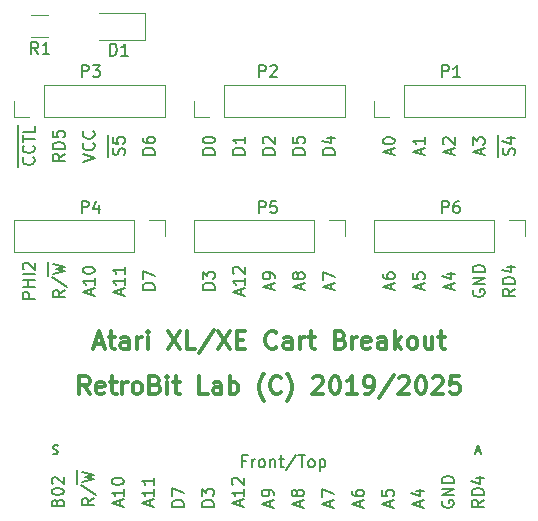
<source format=gto>
%TF.GenerationSoftware,KiCad,Pcbnew,5.1.9+dfsg1-1+deb11u1*%
%TF.CreationDate,2025-07-24T10:09:43+02:00*%
%TF.ProjectId,CART-Breakout,43415254-2d42-4726-9561-6b6f75742e6b,rev?*%
%TF.SameCoordinates,Original*%
%TF.FileFunction,Legend,Top*%
%TF.FilePolarity,Positive*%
%FSLAX46Y46*%
G04 Gerber Fmt 4.6, Leading zero omitted, Abs format (unit mm)*
G04 Created by KiCad (PCBNEW 5.1.9+dfsg1-1+deb11u1) date 2025-07-24 10:09:43*
%MOMM*%
%LPD*%
G01*
G04 APERTURE LIST*
%ADD10C,0.300000*%
%ADD11C,0.200000*%
%ADD12C,0.120000*%
%ADD13C,0.150000*%
G04 APERTURE END LIST*
D10*
X135915714Y-102278571D02*
X135415714Y-101564285D01*
X135058571Y-102278571D02*
X135058571Y-100778571D01*
X135630000Y-100778571D01*
X135772857Y-100850000D01*
X135844285Y-100921428D01*
X135915714Y-101064285D01*
X135915714Y-101278571D01*
X135844285Y-101421428D01*
X135772857Y-101492857D01*
X135630000Y-101564285D01*
X135058571Y-101564285D01*
X137130000Y-102207142D02*
X136987142Y-102278571D01*
X136701428Y-102278571D01*
X136558571Y-102207142D01*
X136487142Y-102064285D01*
X136487142Y-101492857D01*
X136558571Y-101350000D01*
X136701428Y-101278571D01*
X136987142Y-101278571D01*
X137130000Y-101350000D01*
X137201428Y-101492857D01*
X137201428Y-101635714D01*
X136487142Y-101778571D01*
X137630000Y-101278571D02*
X138201428Y-101278571D01*
X137844285Y-100778571D02*
X137844285Y-102064285D01*
X137915714Y-102207142D01*
X138058571Y-102278571D01*
X138201428Y-102278571D01*
X138701428Y-102278571D02*
X138701428Y-101278571D01*
X138701428Y-101564285D02*
X138772857Y-101421428D01*
X138844285Y-101350000D01*
X138987142Y-101278571D01*
X139130000Y-101278571D01*
X139844285Y-102278571D02*
X139701428Y-102207142D01*
X139630000Y-102135714D01*
X139558571Y-101992857D01*
X139558571Y-101564285D01*
X139630000Y-101421428D01*
X139701428Y-101350000D01*
X139844285Y-101278571D01*
X140058571Y-101278571D01*
X140201428Y-101350000D01*
X140272857Y-101421428D01*
X140344285Y-101564285D01*
X140344285Y-101992857D01*
X140272857Y-102135714D01*
X140201428Y-102207142D01*
X140058571Y-102278571D01*
X139844285Y-102278571D01*
X141487142Y-101492857D02*
X141701428Y-101564285D01*
X141772857Y-101635714D01*
X141844285Y-101778571D01*
X141844285Y-101992857D01*
X141772857Y-102135714D01*
X141701428Y-102207142D01*
X141558571Y-102278571D01*
X140987142Y-102278571D01*
X140987142Y-100778571D01*
X141487142Y-100778571D01*
X141630000Y-100850000D01*
X141701428Y-100921428D01*
X141772857Y-101064285D01*
X141772857Y-101207142D01*
X141701428Y-101350000D01*
X141630000Y-101421428D01*
X141487142Y-101492857D01*
X140987142Y-101492857D01*
X142487142Y-102278571D02*
X142487142Y-101278571D01*
X142487142Y-100778571D02*
X142415714Y-100850000D01*
X142487142Y-100921428D01*
X142558571Y-100850000D01*
X142487142Y-100778571D01*
X142487142Y-100921428D01*
X142987142Y-101278571D02*
X143558571Y-101278571D01*
X143201428Y-100778571D02*
X143201428Y-102064285D01*
X143272857Y-102207142D01*
X143415714Y-102278571D01*
X143558571Y-102278571D01*
X145915714Y-102278571D02*
X145201428Y-102278571D01*
X145201428Y-100778571D01*
X147058571Y-102278571D02*
X147058571Y-101492857D01*
X146987142Y-101350000D01*
X146844285Y-101278571D01*
X146558571Y-101278571D01*
X146415714Y-101350000D01*
X147058571Y-102207142D02*
X146915714Y-102278571D01*
X146558571Y-102278571D01*
X146415714Y-102207142D01*
X146344285Y-102064285D01*
X146344285Y-101921428D01*
X146415714Y-101778571D01*
X146558571Y-101707142D01*
X146915714Y-101707142D01*
X147058571Y-101635714D01*
X147772857Y-102278571D02*
X147772857Y-100778571D01*
X147772857Y-101350000D02*
X147915714Y-101278571D01*
X148201428Y-101278571D01*
X148344285Y-101350000D01*
X148415714Y-101421428D01*
X148487142Y-101564285D01*
X148487142Y-101992857D01*
X148415714Y-102135714D01*
X148344285Y-102207142D01*
X148201428Y-102278571D01*
X147915714Y-102278571D01*
X147772857Y-102207142D01*
X150701428Y-102850000D02*
X150630000Y-102778571D01*
X150487142Y-102564285D01*
X150415714Y-102421428D01*
X150344285Y-102207142D01*
X150272857Y-101850000D01*
X150272857Y-101564285D01*
X150344285Y-101207142D01*
X150415714Y-100992857D01*
X150487142Y-100850000D01*
X150630000Y-100635714D01*
X150701428Y-100564285D01*
X152130000Y-102135714D02*
X152058571Y-102207142D01*
X151844285Y-102278571D01*
X151701428Y-102278571D01*
X151487142Y-102207142D01*
X151344285Y-102064285D01*
X151272857Y-101921428D01*
X151201428Y-101635714D01*
X151201428Y-101421428D01*
X151272857Y-101135714D01*
X151344285Y-100992857D01*
X151487142Y-100850000D01*
X151701428Y-100778571D01*
X151844285Y-100778571D01*
X152058571Y-100850000D01*
X152130000Y-100921428D01*
X152630000Y-102850000D02*
X152701428Y-102778571D01*
X152844285Y-102564285D01*
X152915714Y-102421428D01*
X152987142Y-102207142D01*
X153058571Y-101850000D01*
X153058571Y-101564285D01*
X152987142Y-101207142D01*
X152915714Y-100992857D01*
X152844285Y-100850000D01*
X152701428Y-100635714D01*
X152630000Y-100564285D01*
X154844285Y-100921428D02*
X154915714Y-100850000D01*
X155058571Y-100778571D01*
X155415714Y-100778571D01*
X155558571Y-100850000D01*
X155630000Y-100921428D01*
X155701428Y-101064285D01*
X155701428Y-101207142D01*
X155630000Y-101421428D01*
X154772857Y-102278571D01*
X155701428Y-102278571D01*
X156630000Y-100778571D02*
X156772857Y-100778571D01*
X156915714Y-100850000D01*
X156987142Y-100921428D01*
X157058571Y-101064285D01*
X157130000Y-101350000D01*
X157130000Y-101707142D01*
X157058571Y-101992857D01*
X156987142Y-102135714D01*
X156915714Y-102207142D01*
X156772857Y-102278571D01*
X156630000Y-102278571D01*
X156487142Y-102207142D01*
X156415714Y-102135714D01*
X156344285Y-101992857D01*
X156272857Y-101707142D01*
X156272857Y-101350000D01*
X156344285Y-101064285D01*
X156415714Y-100921428D01*
X156487142Y-100850000D01*
X156630000Y-100778571D01*
X158558571Y-102278571D02*
X157701428Y-102278571D01*
X158130000Y-102278571D02*
X158130000Y-100778571D01*
X157987142Y-100992857D01*
X157844285Y-101135714D01*
X157701428Y-101207142D01*
X159272857Y-102278571D02*
X159558571Y-102278571D01*
X159701428Y-102207142D01*
X159772857Y-102135714D01*
X159915714Y-101921428D01*
X159987142Y-101635714D01*
X159987142Y-101064285D01*
X159915714Y-100921428D01*
X159844285Y-100850000D01*
X159701428Y-100778571D01*
X159415714Y-100778571D01*
X159272857Y-100850000D01*
X159201428Y-100921428D01*
X159130000Y-101064285D01*
X159130000Y-101421428D01*
X159201428Y-101564285D01*
X159272857Y-101635714D01*
X159415714Y-101707142D01*
X159701428Y-101707142D01*
X159844285Y-101635714D01*
X159915714Y-101564285D01*
X159987142Y-101421428D01*
X161701428Y-100707142D02*
X160415714Y-102635714D01*
X162130000Y-100921428D02*
X162201428Y-100850000D01*
X162344285Y-100778571D01*
X162701428Y-100778571D01*
X162844285Y-100850000D01*
X162915714Y-100921428D01*
X162987142Y-101064285D01*
X162987142Y-101207142D01*
X162915714Y-101421428D01*
X162058571Y-102278571D01*
X162987142Y-102278571D01*
X163915714Y-100778571D02*
X164058571Y-100778571D01*
X164201428Y-100850000D01*
X164272857Y-100921428D01*
X164344285Y-101064285D01*
X164415714Y-101350000D01*
X164415714Y-101707142D01*
X164344285Y-101992857D01*
X164272857Y-102135714D01*
X164201428Y-102207142D01*
X164058571Y-102278571D01*
X163915714Y-102278571D01*
X163772857Y-102207142D01*
X163701428Y-102135714D01*
X163630000Y-101992857D01*
X163558571Y-101707142D01*
X163558571Y-101350000D01*
X163630000Y-101064285D01*
X163701428Y-100921428D01*
X163772857Y-100850000D01*
X163915714Y-100778571D01*
X164987142Y-100921428D02*
X165058571Y-100850000D01*
X165201428Y-100778571D01*
X165558571Y-100778571D01*
X165701428Y-100850000D01*
X165772857Y-100921428D01*
X165844285Y-101064285D01*
X165844285Y-101207142D01*
X165772857Y-101421428D01*
X164915714Y-102278571D01*
X165844285Y-102278571D01*
X167201428Y-100778571D02*
X166487142Y-100778571D01*
X166415714Y-101492857D01*
X166487142Y-101421428D01*
X166630000Y-101350000D01*
X166987142Y-101350000D01*
X167130000Y-101421428D01*
X167201428Y-101492857D01*
X167272857Y-101635714D01*
X167272857Y-101992857D01*
X167201428Y-102135714D01*
X167130000Y-102207142D01*
X166987142Y-102278571D01*
X166630000Y-102278571D01*
X166487142Y-102207142D01*
X166415714Y-102135714D01*
X136380000Y-98040000D02*
X137094285Y-98040000D01*
X136237142Y-98468571D02*
X136737142Y-96968571D01*
X137237142Y-98468571D01*
X137522857Y-97468571D02*
X138094285Y-97468571D01*
X137737142Y-96968571D02*
X137737142Y-98254285D01*
X137808571Y-98397142D01*
X137951428Y-98468571D01*
X138094285Y-98468571D01*
X139237142Y-98468571D02*
X139237142Y-97682857D01*
X139165714Y-97540000D01*
X139022857Y-97468571D01*
X138737142Y-97468571D01*
X138594285Y-97540000D01*
X139237142Y-98397142D02*
X139094285Y-98468571D01*
X138737142Y-98468571D01*
X138594285Y-98397142D01*
X138522857Y-98254285D01*
X138522857Y-98111428D01*
X138594285Y-97968571D01*
X138737142Y-97897142D01*
X139094285Y-97897142D01*
X139237142Y-97825714D01*
X139951428Y-98468571D02*
X139951428Y-97468571D01*
X139951428Y-97754285D02*
X140022857Y-97611428D01*
X140094285Y-97540000D01*
X140237142Y-97468571D01*
X140380000Y-97468571D01*
X140880000Y-98468571D02*
X140880000Y-97468571D01*
X140880000Y-96968571D02*
X140808571Y-97040000D01*
X140880000Y-97111428D01*
X140951428Y-97040000D01*
X140880000Y-96968571D01*
X140880000Y-97111428D01*
X142594285Y-96968571D02*
X143594285Y-98468571D01*
X143594285Y-96968571D02*
X142594285Y-98468571D01*
X144880000Y-98468571D02*
X144165714Y-98468571D01*
X144165714Y-96968571D01*
X146451428Y-96897142D02*
X145165714Y-98825714D01*
X146808571Y-96968571D02*
X147808571Y-98468571D01*
X147808571Y-96968571D02*
X146808571Y-98468571D01*
X148380000Y-97682857D02*
X148880000Y-97682857D01*
X149094285Y-98468571D02*
X148380000Y-98468571D01*
X148380000Y-96968571D01*
X149094285Y-96968571D01*
X151737142Y-98325714D02*
X151665714Y-98397142D01*
X151451428Y-98468571D01*
X151308571Y-98468571D01*
X151094285Y-98397142D01*
X150951428Y-98254285D01*
X150880000Y-98111428D01*
X150808571Y-97825714D01*
X150808571Y-97611428D01*
X150880000Y-97325714D01*
X150951428Y-97182857D01*
X151094285Y-97040000D01*
X151308571Y-96968571D01*
X151451428Y-96968571D01*
X151665714Y-97040000D01*
X151737142Y-97111428D01*
X153022857Y-98468571D02*
X153022857Y-97682857D01*
X152951428Y-97540000D01*
X152808571Y-97468571D01*
X152522857Y-97468571D01*
X152380000Y-97540000D01*
X153022857Y-98397142D02*
X152880000Y-98468571D01*
X152522857Y-98468571D01*
X152380000Y-98397142D01*
X152308571Y-98254285D01*
X152308571Y-98111428D01*
X152380000Y-97968571D01*
X152522857Y-97897142D01*
X152880000Y-97897142D01*
X153022857Y-97825714D01*
X153737142Y-98468571D02*
X153737142Y-97468571D01*
X153737142Y-97754285D02*
X153808571Y-97611428D01*
X153880000Y-97540000D01*
X154022857Y-97468571D01*
X154165714Y-97468571D01*
X154451428Y-97468571D02*
X155022857Y-97468571D01*
X154665714Y-96968571D02*
X154665714Y-98254285D01*
X154737142Y-98397142D01*
X154880000Y-98468571D01*
X155022857Y-98468571D01*
X157165714Y-97682857D02*
X157380000Y-97754285D01*
X157451428Y-97825714D01*
X157522857Y-97968571D01*
X157522857Y-98182857D01*
X157451428Y-98325714D01*
X157380000Y-98397142D01*
X157237142Y-98468571D01*
X156665714Y-98468571D01*
X156665714Y-96968571D01*
X157165714Y-96968571D01*
X157308571Y-97040000D01*
X157380000Y-97111428D01*
X157451428Y-97254285D01*
X157451428Y-97397142D01*
X157380000Y-97540000D01*
X157308571Y-97611428D01*
X157165714Y-97682857D01*
X156665714Y-97682857D01*
X158165714Y-98468571D02*
X158165714Y-97468571D01*
X158165714Y-97754285D02*
X158237142Y-97611428D01*
X158308571Y-97540000D01*
X158451428Y-97468571D01*
X158594285Y-97468571D01*
X159665714Y-98397142D02*
X159522857Y-98468571D01*
X159237142Y-98468571D01*
X159094285Y-98397142D01*
X159022857Y-98254285D01*
X159022857Y-97682857D01*
X159094285Y-97540000D01*
X159237142Y-97468571D01*
X159522857Y-97468571D01*
X159665714Y-97540000D01*
X159737142Y-97682857D01*
X159737142Y-97825714D01*
X159022857Y-97968571D01*
X161022857Y-98468571D02*
X161022857Y-97682857D01*
X160951428Y-97540000D01*
X160808571Y-97468571D01*
X160522857Y-97468571D01*
X160380000Y-97540000D01*
X161022857Y-98397142D02*
X160880000Y-98468571D01*
X160522857Y-98468571D01*
X160380000Y-98397142D01*
X160308571Y-98254285D01*
X160308571Y-98111428D01*
X160380000Y-97968571D01*
X160522857Y-97897142D01*
X160880000Y-97897142D01*
X161022857Y-97825714D01*
X161737142Y-98468571D02*
X161737142Y-96968571D01*
X161880000Y-97897142D02*
X162308571Y-98468571D01*
X162308571Y-97468571D02*
X161737142Y-98040000D01*
X163165714Y-98468571D02*
X163022857Y-98397142D01*
X162951428Y-98325714D01*
X162880000Y-98182857D01*
X162880000Y-97754285D01*
X162951428Y-97611428D01*
X163022857Y-97540000D01*
X163165714Y-97468571D01*
X163380000Y-97468571D01*
X163522857Y-97540000D01*
X163594285Y-97611428D01*
X163665714Y-97754285D01*
X163665714Y-98182857D01*
X163594285Y-98325714D01*
X163522857Y-98397142D01*
X163380000Y-98468571D01*
X163165714Y-98468571D01*
X164951428Y-97468571D02*
X164951428Y-98468571D01*
X164308571Y-97468571D02*
X164308571Y-98254285D01*
X164380000Y-98397142D01*
X164522857Y-98468571D01*
X164737142Y-98468571D01*
X164880000Y-98397142D01*
X164951428Y-98325714D01*
X165451428Y-97468571D02*
X166022857Y-97468571D01*
X165665714Y-96968571D02*
X165665714Y-98254285D01*
X165737142Y-98397142D01*
X165880000Y-98468571D01*
X166022857Y-98468571D01*
D11*
X131262380Y-94210000D02*
X130262380Y-94210000D01*
X130262380Y-93829047D01*
X130310000Y-93733809D01*
X130357619Y-93686190D01*
X130452857Y-93638571D01*
X130595714Y-93638571D01*
X130690952Y-93686190D01*
X130738571Y-93733809D01*
X130786190Y-93829047D01*
X130786190Y-94210000D01*
X131262380Y-93210000D02*
X130262380Y-93210000D01*
X130738571Y-93210000D02*
X130738571Y-92638571D01*
X131262380Y-92638571D02*
X130262380Y-92638571D01*
X131262380Y-92162380D02*
X130262380Y-92162380D01*
X130357619Y-91733809D02*
X130310000Y-91686190D01*
X130262380Y-91590952D01*
X130262380Y-91352857D01*
X130310000Y-91257619D01*
X130357619Y-91210000D01*
X130452857Y-91162380D01*
X130548095Y-91162380D01*
X130690952Y-91210000D01*
X131262380Y-91781428D01*
X131262380Y-91162380D01*
X133802380Y-93495714D02*
X133326190Y-93829047D01*
X133802380Y-94067142D02*
X132802380Y-94067142D01*
X132802380Y-93686190D01*
X132850000Y-93590952D01*
X132897619Y-93543333D01*
X132992857Y-93495714D01*
X133135714Y-93495714D01*
X133230952Y-93543333D01*
X133278571Y-93590952D01*
X133326190Y-93686190D01*
X133326190Y-94067142D01*
X132754761Y-92352857D02*
X134040476Y-93210000D01*
X132370000Y-92257619D02*
X132370000Y-91114761D01*
X132802380Y-92114761D02*
X133802380Y-91876666D01*
X133088095Y-91686190D01*
X133802380Y-91495714D01*
X132802380Y-91257619D01*
X136056666Y-93900476D02*
X136056666Y-93424285D01*
X136342380Y-93995714D02*
X135342380Y-93662380D01*
X136342380Y-93329047D01*
X136342380Y-92471904D02*
X136342380Y-93043333D01*
X136342380Y-92757619D02*
X135342380Y-92757619D01*
X135485238Y-92852857D01*
X135580476Y-92948095D01*
X135628095Y-93043333D01*
X135342380Y-91852857D02*
X135342380Y-91757619D01*
X135390000Y-91662380D01*
X135437619Y-91614761D01*
X135532857Y-91567142D01*
X135723333Y-91519523D01*
X135961428Y-91519523D01*
X136151904Y-91567142D01*
X136247142Y-91614761D01*
X136294761Y-91662380D01*
X136342380Y-91757619D01*
X136342380Y-91852857D01*
X136294761Y-91948095D01*
X136247142Y-91995714D01*
X136151904Y-92043333D01*
X135961428Y-92090952D01*
X135723333Y-92090952D01*
X135532857Y-92043333D01*
X135437619Y-91995714D01*
X135390000Y-91948095D01*
X135342380Y-91852857D01*
X138596666Y-93900476D02*
X138596666Y-93424285D01*
X138882380Y-93995714D02*
X137882380Y-93662380D01*
X138882380Y-93329047D01*
X138882380Y-92471904D02*
X138882380Y-93043333D01*
X138882380Y-92757619D02*
X137882380Y-92757619D01*
X138025238Y-92852857D01*
X138120476Y-92948095D01*
X138168095Y-93043333D01*
X138882380Y-91519523D02*
X138882380Y-92090952D01*
X138882380Y-91805238D02*
X137882380Y-91805238D01*
X138025238Y-91900476D01*
X138120476Y-91995714D01*
X138168095Y-92090952D01*
X141422380Y-93448095D02*
X140422380Y-93448095D01*
X140422380Y-93210000D01*
X140470000Y-93067142D01*
X140565238Y-92971904D01*
X140660476Y-92924285D01*
X140850952Y-92876666D01*
X140993809Y-92876666D01*
X141184285Y-92924285D01*
X141279523Y-92971904D01*
X141374761Y-93067142D01*
X141422380Y-93210000D01*
X141422380Y-93448095D01*
X140422380Y-92543333D02*
X140422380Y-91876666D01*
X141422380Y-92305238D01*
X146502380Y-93448095D02*
X145502380Y-93448095D01*
X145502380Y-93210000D01*
X145550000Y-93067142D01*
X145645238Y-92971904D01*
X145740476Y-92924285D01*
X145930952Y-92876666D01*
X146073809Y-92876666D01*
X146264285Y-92924285D01*
X146359523Y-92971904D01*
X146454761Y-93067142D01*
X146502380Y-93210000D01*
X146502380Y-93448095D01*
X145502380Y-92543333D02*
X145502380Y-91924285D01*
X145883333Y-92257619D01*
X145883333Y-92114761D01*
X145930952Y-92019523D01*
X145978571Y-91971904D01*
X146073809Y-91924285D01*
X146311904Y-91924285D01*
X146407142Y-91971904D01*
X146454761Y-92019523D01*
X146502380Y-92114761D01*
X146502380Y-92400476D01*
X146454761Y-92495714D01*
X146407142Y-92543333D01*
X148756666Y-93900476D02*
X148756666Y-93424285D01*
X149042380Y-93995714D02*
X148042380Y-93662380D01*
X149042380Y-93329047D01*
X149042380Y-92471904D02*
X149042380Y-93043333D01*
X149042380Y-92757619D02*
X148042380Y-92757619D01*
X148185238Y-92852857D01*
X148280476Y-92948095D01*
X148328095Y-93043333D01*
X148137619Y-92090952D02*
X148090000Y-92043333D01*
X148042380Y-91948095D01*
X148042380Y-91710000D01*
X148090000Y-91614761D01*
X148137619Y-91567142D01*
X148232857Y-91519523D01*
X148328095Y-91519523D01*
X148470952Y-91567142D01*
X149042380Y-92138571D01*
X149042380Y-91519523D01*
X151296666Y-93424285D02*
X151296666Y-92948095D01*
X151582380Y-93519523D02*
X150582380Y-93186190D01*
X151582380Y-92852857D01*
X151582380Y-92471904D02*
X151582380Y-92281428D01*
X151534761Y-92186190D01*
X151487142Y-92138571D01*
X151344285Y-92043333D01*
X151153809Y-91995714D01*
X150772857Y-91995714D01*
X150677619Y-92043333D01*
X150630000Y-92090952D01*
X150582380Y-92186190D01*
X150582380Y-92376666D01*
X150630000Y-92471904D01*
X150677619Y-92519523D01*
X150772857Y-92567142D01*
X151010952Y-92567142D01*
X151106190Y-92519523D01*
X151153809Y-92471904D01*
X151201428Y-92376666D01*
X151201428Y-92186190D01*
X151153809Y-92090952D01*
X151106190Y-92043333D01*
X151010952Y-91995714D01*
X153836666Y-93424285D02*
X153836666Y-92948095D01*
X154122380Y-93519523D02*
X153122380Y-93186190D01*
X154122380Y-92852857D01*
X153550952Y-92376666D02*
X153503333Y-92471904D01*
X153455714Y-92519523D01*
X153360476Y-92567142D01*
X153312857Y-92567142D01*
X153217619Y-92519523D01*
X153170000Y-92471904D01*
X153122380Y-92376666D01*
X153122380Y-92186190D01*
X153170000Y-92090952D01*
X153217619Y-92043333D01*
X153312857Y-91995714D01*
X153360476Y-91995714D01*
X153455714Y-92043333D01*
X153503333Y-92090952D01*
X153550952Y-92186190D01*
X153550952Y-92376666D01*
X153598571Y-92471904D01*
X153646190Y-92519523D01*
X153741428Y-92567142D01*
X153931904Y-92567142D01*
X154027142Y-92519523D01*
X154074761Y-92471904D01*
X154122380Y-92376666D01*
X154122380Y-92186190D01*
X154074761Y-92090952D01*
X154027142Y-92043333D01*
X153931904Y-91995714D01*
X153741428Y-91995714D01*
X153646190Y-92043333D01*
X153598571Y-92090952D01*
X153550952Y-92186190D01*
X156376666Y-93424285D02*
X156376666Y-92948095D01*
X156662380Y-93519523D02*
X155662380Y-93186190D01*
X156662380Y-92852857D01*
X155662380Y-92614761D02*
X155662380Y-91948095D01*
X156662380Y-92376666D01*
X161456666Y-93424285D02*
X161456666Y-92948095D01*
X161742380Y-93519523D02*
X160742380Y-93186190D01*
X161742380Y-92852857D01*
X160742380Y-92090952D02*
X160742380Y-92281428D01*
X160790000Y-92376666D01*
X160837619Y-92424285D01*
X160980476Y-92519523D01*
X161170952Y-92567142D01*
X161551904Y-92567142D01*
X161647142Y-92519523D01*
X161694761Y-92471904D01*
X161742380Y-92376666D01*
X161742380Y-92186190D01*
X161694761Y-92090952D01*
X161647142Y-92043333D01*
X161551904Y-91995714D01*
X161313809Y-91995714D01*
X161218571Y-92043333D01*
X161170952Y-92090952D01*
X161123333Y-92186190D01*
X161123333Y-92376666D01*
X161170952Y-92471904D01*
X161218571Y-92519523D01*
X161313809Y-92567142D01*
X163996666Y-93424285D02*
X163996666Y-92948095D01*
X164282380Y-93519523D02*
X163282380Y-93186190D01*
X164282380Y-92852857D01*
X163282380Y-92043333D02*
X163282380Y-92519523D01*
X163758571Y-92567142D01*
X163710952Y-92519523D01*
X163663333Y-92424285D01*
X163663333Y-92186190D01*
X163710952Y-92090952D01*
X163758571Y-92043333D01*
X163853809Y-91995714D01*
X164091904Y-91995714D01*
X164187142Y-92043333D01*
X164234761Y-92090952D01*
X164282380Y-92186190D01*
X164282380Y-92424285D01*
X164234761Y-92519523D01*
X164187142Y-92567142D01*
X166536666Y-93424285D02*
X166536666Y-92948095D01*
X166822380Y-93519523D02*
X165822380Y-93186190D01*
X166822380Y-92852857D01*
X166155714Y-92090952D02*
X166822380Y-92090952D01*
X165774761Y-92329047D02*
X166489047Y-92567142D01*
X166489047Y-91948095D01*
X168410000Y-93471904D02*
X168362380Y-93567142D01*
X168362380Y-93710000D01*
X168410000Y-93852857D01*
X168505238Y-93948095D01*
X168600476Y-93995714D01*
X168790952Y-94043333D01*
X168933809Y-94043333D01*
X169124285Y-93995714D01*
X169219523Y-93948095D01*
X169314761Y-93852857D01*
X169362380Y-93710000D01*
X169362380Y-93614761D01*
X169314761Y-93471904D01*
X169267142Y-93424285D01*
X168933809Y-93424285D01*
X168933809Y-93614761D01*
X169362380Y-92995714D02*
X168362380Y-92995714D01*
X169362380Y-92424285D01*
X168362380Y-92424285D01*
X169362380Y-91948095D02*
X168362380Y-91948095D01*
X168362380Y-91710000D01*
X168410000Y-91567142D01*
X168505238Y-91471904D01*
X168600476Y-91424285D01*
X168790952Y-91376666D01*
X168933809Y-91376666D01*
X169124285Y-91424285D01*
X169219523Y-91471904D01*
X169314761Y-91567142D01*
X169362380Y-91710000D01*
X169362380Y-91948095D01*
X171902380Y-93376666D02*
X171426190Y-93710000D01*
X171902380Y-93948095D02*
X170902380Y-93948095D01*
X170902380Y-93567142D01*
X170950000Y-93471904D01*
X170997619Y-93424285D01*
X171092857Y-93376666D01*
X171235714Y-93376666D01*
X171330952Y-93424285D01*
X171378571Y-93471904D01*
X171426190Y-93567142D01*
X171426190Y-93948095D01*
X171902380Y-92948095D02*
X170902380Y-92948095D01*
X170902380Y-92710000D01*
X170950000Y-92567142D01*
X171045238Y-92471904D01*
X171140476Y-92424285D01*
X171330952Y-92376666D01*
X171473809Y-92376666D01*
X171664285Y-92424285D01*
X171759523Y-92471904D01*
X171854761Y-92567142D01*
X171902380Y-92710000D01*
X171902380Y-92948095D01*
X171235714Y-91519523D02*
X171902380Y-91519523D01*
X170854761Y-91757619D02*
X171569047Y-91995714D01*
X171569047Y-91376666D01*
X170470000Y-82232380D02*
X170470000Y-81280000D01*
X171854761Y-82041904D02*
X171902380Y-81899047D01*
X171902380Y-81660952D01*
X171854761Y-81565714D01*
X171807142Y-81518095D01*
X171711904Y-81470476D01*
X171616666Y-81470476D01*
X171521428Y-81518095D01*
X171473809Y-81565714D01*
X171426190Y-81660952D01*
X171378571Y-81851428D01*
X171330952Y-81946666D01*
X171283333Y-81994285D01*
X171188095Y-82041904D01*
X171092857Y-82041904D01*
X170997619Y-81994285D01*
X170950000Y-81946666D01*
X170902380Y-81851428D01*
X170902380Y-81613333D01*
X170950000Y-81470476D01*
X170470000Y-81280000D02*
X170470000Y-80327619D01*
X171235714Y-80613333D02*
X171902380Y-80613333D01*
X170854761Y-80851428D02*
X171569047Y-81089523D01*
X171569047Y-80470476D01*
X169076666Y-81994285D02*
X169076666Y-81518095D01*
X169362380Y-82089523D02*
X168362380Y-81756190D01*
X169362380Y-81422857D01*
X168362380Y-81184761D02*
X168362380Y-80565714D01*
X168743333Y-80899047D01*
X168743333Y-80756190D01*
X168790952Y-80660952D01*
X168838571Y-80613333D01*
X168933809Y-80565714D01*
X169171904Y-80565714D01*
X169267142Y-80613333D01*
X169314761Y-80660952D01*
X169362380Y-80756190D01*
X169362380Y-81041904D01*
X169314761Y-81137142D01*
X169267142Y-81184761D01*
X166536666Y-81994285D02*
X166536666Y-81518095D01*
X166822380Y-82089523D02*
X165822380Y-81756190D01*
X166822380Y-81422857D01*
X165917619Y-81137142D02*
X165870000Y-81089523D01*
X165822380Y-80994285D01*
X165822380Y-80756190D01*
X165870000Y-80660952D01*
X165917619Y-80613333D01*
X166012857Y-80565714D01*
X166108095Y-80565714D01*
X166250952Y-80613333D01*
X166822380Y-81184761D01*
X166822380Y-80565714D01*
X163996666Y-81994285D02*
X163996666Y-81518095D01*
X164282380Y-82089523D02*
X163282380Y-81756190D01*
X164282380Y-81422857D01*
X164282380Y-80565714D02*
X164282380Y-81137142D01*
X164282380Y-80851428D02*
X163282380Y-80851428D01*
X163425238Y-80946666D01*
X163520476Y-81041904D01*
X163568095Y-81137142D01*
X161456666Y-81994285D02*
X161456666Y-81518095D01*
X161742380Y-82089523D02*
X160742380Y-81756190D01*
X161742380Y-81422857D01*
X160742380Y-80899047D02*
X160742380Y-80803809D01*
X160790000Y-80708571D01*
X160837619Y-80660952D01*
X160932857Y-80613333D01*
X161123333Y-80565714D01*
X161361428Y-80565714D01*
X161551904Y-80613333D01*
X161647142Y-80660952D01*
X161694761Y-80708571D01*
X161742380Y-80803809D01*
X161742380Y-80899047D01*
X161694761Y-80994285D01*
X161647142Y-81041904D01*
X161551904Y-81089523D01*
X161361428Y-81137142D01*
X161123333Y-81137142D01*
X160932857Y-81089523D01*
X160837619Y-81041904D01*
X160790000Y-80994285D01*
X160742380Y-80899047D01*
X156662380Y-82018095D02*
X155662380Y-82018095D01*
X155662380Y-81780000D01*
X155710000Y-81637142D01*
X155805238Y-81541904D01*
X155900476Y-81494285D01*
X156090952Y-81446666D01*
X156233809Y-81446666D01*
X156424285Y-81494285D01*
X156519523Y-81541904D01*
X156614761Y-81637142D01*
X156662380Y-81780000D01*
X156662380Y-82018095D01*
X155995714Y-80589523D02*
X156662380Y-80589523D01*
X155614761Y-80827619D02*
X156329047Y-81065714D01*
X156329047Y-80446666D01*
X154122380Y-82018095D02*
X153122380Y-82018095D01*
X153122380Y-81780000D01*
X153170000Y-81637142D01*
X153265238Y-81541904D01*
X153360476Y-81494285D01*
X153550952Y-81446666D01*
X153693809Y-81446666D01*
X153884285Y-81494285D01*
X153979523Y-81541904D01*
X154074761Y-81637142D01*
X154122380Y-81780000D01*
X154122380Y-82018095D01*
X153122380Y-80541904D02*
X153122380Y-81018095D01*
X153598571Y-81065714D01*
X153550952Y-81018095D01*
X153503333Y-80922857D01*
X153503333Y-80684761D01*
X153550952Y-80589523D01*
X153598571Y-80541904D01*
X153693809Y-80494285D01*
X153931904Y-80494285D01*
X154027142Y-80541904D01*
X154074761Y-80589523D01*
X154122380Y-80684761D01*
X154122380Y-80922857D01*
X154074761Y-81018095D01*
X154027142Y-81065714D01*
X151582380Y-82018095D02*
X150582380Y-82018095D01*
X150582380Y-81780000D01*
X150630000Y-81637142D01*
X150725238Y-81541904D01*
X150820476Y-81494285D01*
X151010952Y-81446666D01*
X151153809Y-81446666D01*
X151344285Y-81494285D01*
X151439523Y-81541904D01*
X151534761Y-81637142D01*
X151582380Y-81780000D01*
X151582380Y-82018095D01*
X150677619Y-81065714D02*
X150630000Y-81018095D01*
X150582380Y-80922857D01*
X150582380Y-80684761D01*
X150630000Y-80589523D01*
X150677619Y-80541904D01*
X150772857Y-80494285D01*
X150868095Y-80494285D01*
X151010952Y-80541904D01*
X151582380Y-81113333D01*
X151582380Y-80494285D01*
X149042380Y-82018095D02*
X148042380Y-82018095D01*
X148042380Y-81780000D01*
X148090000Y-81637142D01*
X148185238Y-81541904D01*
X148280476Y-81494285D01*
X148470952Y-81446666D01*
X148613809Y-81446666D01*
X148804285Y-81494285D01*
X148899523Y-81541904D01*
X148994761Y-81637142D01*
X149042380Y-81780000D01*
X149042380Y-82018095D01*
X149042380Y-80494285D02*
X149042380Y-81065714D01*
X149042380Y-80780000D02*
X148042380Y-80780000D01*
X148185238Y-80875238D01*
X148280476Y-80970476D01*
X148328095Y-81065714D01*
X146502380Y-82018095D02*
X145502380Y-82018095D01*
X145502380Y-81780000D01*
X145550000Y-81637142D01*
X145645238Y-81541904D01*
X145740476Y-81494285D01*
X145930952Y-81446666D01*
X146073809Y-81446666D01*
X146264285Y-81494285D01*
X146359523Y-81541904D01*
X146454761Y-81637142D01*
X146502380Y-81780000D01*
X146502380Y-82018095D01*
X145502380Y-80827619D02*
X145502380Y-80732380D01*
X145550000Y-80637142D01*
X145597619Y-80589523D01*
X145692857Y-80541904D01*
X145883333Y-80494285D01*
X146121428Y-80494285D01*
X146311904Y-80541904D01*
X146407142Y-80589523D01*
X146454761Y-80637142D01*
X146502380Y-80732380D01*
X146502380Y-80827619D01*
X146454761Y-80922857D01*
X146407142Y-80970476D01*
X146311904Y-81018095D01*
X146121428Y-81065714D01*
X145883333Y-81065714D01*
X145692857Y-81018095D01*
X145597619Y-80970476D01*
X145550000Y-80922857D01*
X145502380Y-80827619D01*
X141422380Y-82018095D02*
X140422380Y-82018095D01*
X140422380Y-81780000D01*
X140470000Y-81637142D01*
X140565238Y-81541904D01*
X140660476Y-81494285D01*
X140850952Y-81446666D01*
X140993809Y-81446666D01*
X141184285Y-81494285D01*
X141279523Y-81541904D01*
X141374761Y-81637142D01*
X141422380Y-81780000D01*
X141422380Y-82018095D01*
X140422380Y-80589523D02*
X140422380Y-80780000D01*
X140470000Y-80875238D01*
X140517619Y-80922857D01*
X140660476Y-81018095D01*
X140850952Y-81065714D01*
X141231904Y-81065714D01*
X141327142Y-81018095D01*
X141374761Y-80970476D01*
X141422380Y-80875238D01*
X141422380Y-80684761D01*
X141374761Y-80589523D01*
X141327142Y-80541904D01*
X141231904Y-80494285D01*
X140993809Y-80494285D01*
X140898571Y-80541904D01*
X140850952Y-80589523D01*
X140803333Y-80684761D01*
X140803333Y-80875238D01*
X140850952Y-80970476D01*
X140898571Y-81018095D01*
X140993809Y-81065714D01*
X137450000Y-82232380D02*
X137450000Y-81280000D01*
X138834761Y-82041904D02*
X138882380Y-81899047D01*
X138882380Y-81660952D01*
X138834761Y-81565714D01*
X138787142Y-81518095D01*
X138691904Y-81470476D01*
X138596666Y-81470476D01*
X138501428Y-81518095D01*
X138453809Y-81565714D01*
X138406190Y-81660952D01*
X138358571Y-81851428D01*
X138310952Y-81946666D01*
X138263333Y-81994285D01*
X138168095Y-82041904D01*
X138072857Y-82041904D01*
X137977619Y-81994285D01*
X137930000Y-81946666D01*
X137882380Y-81851428D01*
X137882380Y-81613333D01*
X137930000Y-81470476D01*
X137450000Y-81280000D02*
X137450000Y-80327619D01*
X137882380Y-80565714D02*
X137882380Y-81041904D01*
X138358571Y-81089523D01*
X138310952Y-81041904D01*
X138263333Y-80946666D01*
X138263333Y-80708571D01*
X138310952Y-80613333D01*
X138358571Y-80565714D01*
X138453809Y-80518095D01*
X138691904Y-80518095D01*
X138787142Y-80565714D01*
X138834761Y-80613333D01*
X138882380Y-80708571D01*
X138882380Y-80946666D01*
X138834761Y-81041904D01*
X138787142Y-81089523D01*
X135342380Y-82613333D02*
X136342380Y-82280000D01*
X135342380Y-81946666D01*
X136247142Y-81041904D02*
X136294761Y-81089523D01*
X136342380Y-81232380D01*
X136342380Y-81327619D01*
X136294761Y-81470476D01*
X136199523Y-81565714D01*
X136104285Y-81613333D01*
X135913809Y-81660952D01*
X135770952Y-81660952D01*
X135580476Y-81613333D01*
X135485238Y-81565714D01*
X135390000Y-81470476D01*
X135342380Y-81327619D01*
X135342380Y-81232380D01*
X135390000Y-81089523D01*
X135437619Y-81041904D01*
X136247142Y-80041904D02*
X136294761Y-80089523D01*
X136342380Y-80232380D01*
X136342380Y-80327619D01*
X136294761Y-80470476D01*
X136199523Y-80565714D01*
X136104285Y-80613333D01*
X135913809Y-80660952D01*
X135770952Y-80660952D01*
X135580476Y-80613333D01*
X135485238Y-80565714D01*
X135390000Y-80470476D01*
X135342380Y-80327619D01*
X135342380Y-80232380D01*
X135390000Y-80089523D01*
X135437619Y-80041904D01*
X133802380Y-81946666D02*
X133326190Y-82280000D01*
X133802380Y-82518095D02*
X132802380Y-82518095D01*
X132802380Y-82137142D01*
X132850000Y-82041904D01*
X132897619Y-81994285D01*
X132992857Y-81946666D01*
X133135714Y-81946666D01*
X133230952Y-81994285D01*
X133278571Y-82041904D01*
X133326190Y-82137142D01*
X133326190Y-82518095D01*
X133802380Y-81518095D02*
X132802380Y-81518095D01*
X132802380Y-81280000D01*
X132850000Y-81137142D01*
X132945238Y-81041904D01*
X133040476Y-80994285D01*
X133230952Y-80946666D01*
X133373809Y-80946666D01*
X133564285Y-80994285D01*
X133659523Y-81041904D01*
X133754761Y-81137142D01*
X133802380Y-81280000D01*
X133802380Y-81518095D01*
X132802380Y-80041904D02*
X132802380Y-80518095D01*
X133278571Y-80565714D01*
X133230952Y-80518095D01*
X133183333Y-80422857D01*
X133183333Y-80184761D01*
X133230952Y-80089523D01*
X133278571Y-80041904D01*
X133373809Y-79994285D01*
X133611904Y-79994285D01*
X133707142Y-80041904D01*
X133754761Y-80089523D01*
X133802380Y-80184761D01*
X133802380Y-80422857D01*
X133754761Y-80518095D01*
X133707142Y-80565714D01*
X129830000Y-83065714D02*
X129830000Y-82065714D01*
X131167142Y-82256190D02*
X131214761Y-82303809D01*
X131262380Y-82446666D01*
X131262380Y-82541904D01*
X131214761Y-82684761D01*
X131119523Y-82780000D01*
X131024285Y-82827619D01*
X130833809Y-82875238D01*
X130690952Y-82875238D01*
X130500476Y-82827619D01*
X130405238Y-82780000D01*
X130310000Y-82684761D01*
X130262380Y-82541904D01*
X130262380Y-82446666D01*
X130310000Y-82303809D01*
X130357619Y-82256190D01*
X129830000Y-82065714D02*
X129830000Y-81065714D01*
X131167142Y-81256190D02*
X131214761Y-81303809D01*
X131262380Y-81446666D01*
X131262380Y-81541904D01*
X131214761Y-81684761D01*
X131119523Y-81780000D01*
X131024285Y-81827619D01*
X130833809Y-81875238D01*
X130690952Y-81875238D01*
X130500476Y-81827619D01*
X130405238Y-81780000D01*
X130310000Y-81684761D01*
X130262380Y-81541904D01*
X130262380Y-81446666D01*
X130310000Y-81303809D01*
X130357619Y-81256190D01*
X129830000Y-81065714D02*
X129830000Y-80303809D01*
X130262380Y-80970476D02*
X130262380Y-80399047D01*
X131262380Y-80684761D02*
X130262380Y-80684761D01*
X129830000Y-80303809D02*
X129830000Y-79494285D01*
X131262380Y-79589523D02*
X131262380Y-80065714D01*
X130262380Y-80065714D01*
D12*
%TO.C,D1*%
X136750000Y-72275000D02*
X140635000Y-72275000D01*
X140635000Y-72275000D02*
X140635000Y-70005000D01*
X140635000Y-70005000D02*
X136750000Y-70005000D01*
%TO.C,P1*%
X159960000Y-78810000D02*
X159960000Y-77480000D01*
X161290000Y-78810000D02*
X159960000Y-78810000D01*
X162560000Y-78810000D02*
X162560000Y-76150000D01*
X162560000Y-76150000D02*
X172780000Y-76150000D01*
X162560000Y-78810000D02*
X172780000Y-78810000D01*
X172780000Y-78810000D02*
X172780000Y-76150000D01*
%TO.C,P2*%
X157540000Y-78800000D02*
X157540000Y-76140000D01*
X147320000Y-78800000D02*
X157540000Y-78800000D01*
X147320000Y-76140000D02*
X157540000Y-76140000D01*
X147320000Y-78800000D02*
X147320000Y-76140000D01*
X146050000Y-78800000D02*
X144720000Y-78800000D01*
X144720000Y-78800000D02*
X144720000Y-77470000D01*
%TO.C,P3*%
X129480000Y-78800000D02*
X129480000Y-77470000D01*
X130810000Y-78800000D02*
X129480000Y-78800000D01*
X132080000Y-78800000D02*
X132080000Y-76140000D01*
X132080000Y-76140000D02*
X142300000Y-76140000D01*
X132080000Y-78800000D02*
X142300000Y-78800000D01*
X142300000Y-78800000D02*
X142300000Y-76140000D01*
%TO.C,P4*%
X129480000Y-87570000D02*
X129480000Y-90230000D01*
X139700000Y-87570000D02*
X129480000Y-87570000D01*
X139700000Y-90230000D02*
X129480000Y-90230000D01*
X139700000Y-87570000D02*
X139700000Y-90230000D01*
X140970000Y-87570000D02*
X142300000Y-87570000D01*
X142300000Y-87570000D02*
X142300000Y-88900000D01*
%TO.C,P5*%
X157540000Y-87580000D02*
X157540000Y-88910000D01*
X156210000Y-87580000D02*
X157540000Y-87580000D01*
X154940000Y-87580000D02*
X154940000Y-90240000D01*
X154940000Y-90240000D02*
X144720000Y-90240000D01*
X154940000Y-87580000D02*
X144720000Y-87580000D01*
X144720000Y-87580000D02*
X144720000Y-90240000D01*
%TO.C,P6*%
X159960000Y-87570000D02*
X159960000Y-90230000D01*
X170180000Y-87570000D02*
X159960000Y-87570000D01*
X170180000Y-90230000D02*
X159960000Y-90230000D01*
X170180000Y-87570000D02*
X170180000Y-90230000D01*
X171450000Y-87570000D02*
X172780000Y-87570000D01*
X172780000Y-87570000D02*
X172780000Y-88900000D01*
%TO.C,R1*%
X130922936Y-70230000D02*
X132377064Y-70230000D01*
X130922936Y-72050000D02*
X132377064Y-72050000D01*
%TO.C,CART1*%
D13*
X132801714Y-107327571D02*
X132908857Y-107363285D01*
X133087428Y-107363285D01*
X133158857Y-107327571D01*
X133194571Y-107291857D01*
X133230285Y-107220428D01*
X133230285Y-107149000D01*
X133194571Y-107077571D01*
X133158857Y-107041857D01*
X133087428Y-107006142D01*
X132944571Y-106970428D01*
X132873142Y-106934714D01*
X132837428Y-106899000D01*
X132801714Y-106827571D01*
X132801714Y-106756142D01*
X132837428Y-106684714D01*
X132873142Y-106649000D01*
X132944571Y-106613285D01*
X133123142Y-106613285D01*
X133230285Y-106649000D01*
X168651428Y-107149000D02*
X169008571Y-107149000D01*
X168580000Y-107363285D02*
X168830000Y-106613285D01*
X169080000Y-107363285D01*
X149153333Y-107968571D02*
X148820000Y-107968571D01*
X148820000Y-108492380D02*
X148820000Y-107492380D01*
X149296190Y-107492380D01*
X149677142Y-108492380D02*
X149677142Y-107825714D01*
X149677142Y-108016190D02*
X149724761Y-107920952D01*
X149772380Y-107873333D01*
X149867619Y-107825714D01*
X149962857Y-107825714D01*
X150439047Y-108492380D02*
X150343809Y-108444761D01*
X150296190Y-108397142D01*
X150248571Y-108301904D01*
X150248571Y-108016190D01*
X150296190Y-107920952D01*
X150343809Y-107873333D01*
X150439047Y-107825714D01*
X150581904Y-107825714D01*
X150677142Y-107873333D01*
X150724761Y-107920952D01*
X150772380Y-108016190D01*
X150772380Y-108301904D01*
X150724761Y-108397142D01*
X150677142Y-108444761D01*
X150581904Y-108492380D01*
X150439047Y-108492380D01*
X151200952Y-107825714D02*
X151200952Y-108492380D01*
X151200952Y-107920952D02*
X151248571Y-107873333D01*
X151343809Y-107825714D01*
X151486666Y-107825714D01*
X151581904Y-107873333D01*
X151629523Y-107968571D01*
X151629523Y-108492380D01*
X151962857Y-107825714D02*
X152343809Y-107825714D01*
X152105714Y-107492380D02*
X152105714Y-108349523D01*
X152153333Y-108444761D01*
X152248571Y-108492380D01*
X152343809Y-108492380D01*
X153391428Y-107444761D02*
X152534285Y-108730476D01*
X153581904Y-107492380D02*
X154153333Y-107492380D01*
X153867619Y-108492380D02*
X153867619Y-107492380D01*
X154629523Y-108492380D02*
X154534285Y-108444761D01*
X154486666Y-108397142D01*
X154439047Y-108301904D01*
X154439047Y-108016190D01*
X154486666Y-107920952D01*
X154534285Y-107873333D01*
X154629523Y-107825714D01*
X154772380Y-107825714D01*
X154867619Y-107873333D01*
X154915238Y-107920952D01*
X154962857Y-108016190D01*
X154962857Y-108301904D01*
X154915238Y-108397142D01*
X154867619Y-108444761D01*
X154772380Y-108492380D01*
X154629523Y-108492380D01*
X155391428Y-107825714D02*
X155391428Y-108825714D01*
X155391428Y-107873333D02*
X155486666Y-107825714D01*
X155677142Y-107825714D01*
X155772380Y-107873333D01*
X155820000Y-107920952D01*
X155867619Y-108016190D01*
X155867619Y-108301904D01*
X155820000Y-108397142D01*
X155772380Y-108444761D01*
X155677142Y-108492380D01*
X155486666Y-108492380D01*
X155391428Y-108444761D01*
X165790000Y-111341904D02*
X165742380Y-111437142D01*
X165742380Y-111580000D01*
X165790000Y-111722857D01*
X165885238Y-111818095D01*
X165980476Y-111865714D01*
X166170952Y-111913333D01*
X166313809Y-111913333D01*
X166504285Y-111865714D01*
X166599523Y-111818095D01*
X166694761Y-111722857D01*
X166742380Y-111580000D01*
X166742380Y-111484761D01*
X166694761Y-111341904D01*
X166647142Y-111294285D01*
X166313809Y-111294285D01*
X166313809Y-111484761D01*
X166742380Y-110865714D02*
X165742380Y-110865714D01*
X166742380Y-110294285D01*
X165742380Y-110294285D01*
X166742380Y-109818095D02*
X165742380Y-109818095D01*
X165742380Y-109580000D01*
X165790000Y-109437142D01*
X165885238Y-109341904D01*
X165980476Y-109294285D01*
X166170952Y-109246666D01*
X166313809Y-109246666D01*
X166504285Y-109294285D01*
X166599523Y-109341904D01*
X166694761Y-109437142D01*
X166742380Y-109580000D01*
X166742380Y-109818095D01*
X161376666Y-111802285D02*
X161376666Y-111326095D01*
X161662380Y-111897523D02*
X160662380Y-111564190D01*
X161662380Y-111230857D01*
X160662380Y-110421333D02*
X160662380Y-110897523D01*
X161138571Y-110945142D01*
X161090952Y-110897523D01*
X161043333Y-110802285D01*
X161043333Y-110564190D01*
X161090952Y-110468952D01*
X161138571Y-110421333D01*
X161233809Y-110373714D01*
X161471904Y-110373714D01*
X161567142Y-110421333D01*
X161614761Y-110468952D01*
X161662380Y-110564190D01*
X161662380Y-110802285D01*
X161614761Y-110897523D01*
X161567142Y-110945142D01*
X158836666Y-111802285D02*
X158836666Y-111326095D01*
X159122380Y-111897523D02*
X158122380Y-111564190D01*
X159122380Y-111230857D01*
X158122380Y-110468952D02*
X158122380Y-110659428D01*
X158170000Y-110754666D01*
X158217619Y-110802285D01*
X158360476Y-110897523D01*
X158550952Y-110945142D01*
X158931904Y-110945142D01*
X159027142Y-110897523D01*
X159074761Y-110849904D01*
X159122380Y-110754666D01*
X159122380Y-110564190D01*
X159074761Y-110468952D01*
X159027142Y-110421333D01*
X158931904Y-110373714D01*
X158693809Y-110373714D01*
X158598571Y-110421333D01*
X158550952Y-110468952D01*
X158503333Y-110564190D01*
X158503333Y-110754666D01*
X158550952Y-110849904D01*
X158598571Y-110897523D01*
X158693809Y-110945142D01*
X156296666Y-111802285D02*
X156296666Y-111326095D01*
X156582380Y-111897523D02*
X155582380Y-111564190D01*
X156582380Y-111230857D01*
X155582380Y-110992761D02*
X155582380Y-110326095D01*
X156582380Y-110754666D01*
X153756666Y-111802285D02*
X153756666Y-111326095D01*
X154042380Y-111897523D02*
X153042380Y-111564190D01*
X154042380Y-111230857D01*
X153470952Y-110754666D02*
X153423333Y-110849904D01*
X153375714Y-110897523D01*
X153280476Y-110945142D01*
X153232857Y-110945142D01*
X153137619Y-110897523D01*
X153090000Y-110849904D01*
X153042380Y-110754666D01*
X153042380Y-110564190D01*
X153090000Y-110468952D01*
X153137619Y-110421333D01*
X153232857Y-110373714D01*
X153280476Y-110373714D01*
X153375714Y-110421333D01*
X153423333Y-110468952D01*
X153470952Y-110564190D01*
X153470952Y-110754666D01*
X153518571Y-110849904D01*
X153566190Y-110897523D01*
X153661428Y-110945142D01*
X153851904Y-110945142D01*
X153947142Y-110897523D01*
X153994761Y-110849904D01*
X154042380Y-110754666D01*
X154042380Y-110564190D01*
X153994761Y-110468952D01*
X153947142Y-110421333D01*
X153851904Y-110373714D01*
X153661428Y-110373714D01*
X153566190Y-110421333D01*
X153518571Y-110468952D01*
X153470952Y-110564190D01*
X151216666Y-111802285D02*
X151216666Y-111326095D01*
X151502380Y-111897523D02*
X150502380Y-111564190D01*
X151502380Y-111230857D01*
X151502380Y-110849904D02*
X151502380Y-110659428D01*
X151454761Y-110564190D01*
X151407142Y-110516571D01*
X151264285Y-110421333D01*
X151073809Y-110373714D01*
X150692857Y-110373714D01*
X150597619Y-110421333D01*
X150550000Y-110468952D01*
X150502380Y-110564190D01*
X150502380Y-110754666D01*
X150550000Y-110849904D01*
X150597619Y-110897523D01*
X150692857Y-110945142D01*
X150930952Y-110945142D01*
X151026190Y-110897523D01*
X151073809Y-110849904D01*
X151121428Y-110754666D01*
X151121428Y-110564190D01*
X151073809Y-110468952D01*
X151026190Y-110421333D01*
X150930952Y-110373714D01*
X148676666Y-111770476D02*
X148676666Y-111294285D01*
X148962380Y-111865714D02*
X147962380Y-111532380D01*
X148962380Y-111199047D01*
X148962380Y-110341904D02*
X148962380Y-110913333D01*
X148962380Y-110627619D02*
X147962380Y-110627619D01*
X148105238Y-110722857D01*
X148200476Y-110818095D01*
X148248095Y-110913333D01*
X148057619Y-109960952D02*
X148010000Y-109913333D01*
X147962380Y-109818095D01*
X147962380Y-109580000D01*
X148010000Y-109484761D01*
X148057619Y-109437142D01*
X148152857Y-109389523D01*
X148248095Y-109389523D01*
X148390952Y-109437142D01*
X148962380Y-110008571D01*
X148962380Y-109389523D01*
X141056666Y-111770476D02*
X141056666Y-111294285D01*
X141342380Y-111865714D02*
X140342380Y-111532380D01*
X141342380Y-111199047D01*
X141342380Y-110341904D02*
X141342380Y-110913333D01*
X141342380Y-110627619D02*
X140342380Y-110627619D01*
X140485238Y-110722857D01*
X140580476Y-110818095D01*
X140628095Y-110913333D01*
X141342380Y-109389523D02*
X141342380Y-109960952D01*
X141342380Y-109675238D02*
X140342380Y-109675238D01*
X140485238Y-109770476D01*
X140580476Y-109865714D01*
X140628095Y-109960952D01*
X138516666Y-111770476D02*
X138516666Y-111294285D01*
X138802380Y-111865714D02*
X137802380Y-111532380D01*
X138802380Y-111199047D01*
X138802380Y-110341904D02*
X138802380Y-110913333D01*
X138802380Y-110627619D02*
X137802380Y-110627619D01*
X137945238Y-110722857D01*
X138040476Y-110818095D01*
X138088095Y-110913333D01*
X137802380Y-109722857D02*
X137802380Y-109627619D01*
X137850000Y-109532380D01*
X137897619Y-109484761D01*
X137992857Y-109437142D01*
X138183333Y-109389523D01*
X138421428Y-109389523D01*
X138611904Y-109437142D01*
X138707142Y-109484761D01*
X138754761Y-109532380D01*
X138802380Y-109627619D01*
X138802380Y-109722857D01*
X138754761Y-109818095D01*
X138707142Y-109865714D01*
X138611904Y-109913333D01*
X138421428Y-109960952D01*
X138183333Y-109960952D01*
X137992857Y-109913333D01*
X137897619Y-109865714D01*
X137850000Y-109818095D01*
X137802380Y-109722857D01*
X136262380Y-111111714D02*
X135786190Y-111445047D01*
X136262380Y-111683142D02*
X135262380Y-111683142D01*
X135262380Y-111302190D01*
X135310000Y-111206952D01*
X135357619Y-111159333D01*
X135452857Y-111111714D01*
X135595714Y-111111714D01*
X135690952Y-111159333D01*
X135738571Y-111206952D01*
X135786190Y-111302190D01*
X135786190Y-111683142D01*
X135214761Y-109968857D02*
X136500476Y-110826000D01*
X134895000Y-109873619D02*
X134895000Y-108730761D01*
X135262380Y-109730761D02*
X136262380Y-109492666D01*
X135548095Y-109302190D01*
X136262380Y-109111714D01*
X135262380Y-108873619D01*
X133198571Y-111460952D02*
X133246190Y-111318095D01*
X133293809Y-111270476D01*
X133389047Y-111222857D01*
X133531904Y-111222857D01*
X133627142Y-111270476D01*
X133674761Y-111318095D01*
X133722380Y-111413333D01*
X133722380Y-111794285D01*
X132722380Y-111794285D01*
X132722380Y-111460952D01*
X132770000Y-111365714D01*
X132817619Y-111318095D01*
X132912857Y-111270476D01*
X133008095Y-111270476D01*
X133103333Y-111318095D01*
X133150952Y-111365714D01*
X133198571Y-111460952D01*
X133198571Y-111794285D01*
X132722380Y-110603809D02*
X132722380Y-110508571D01*
X132770000Y-110413333D01*
X132817619Y-110365714D01*
X132912857Y-110318095D01*
X133103333Y-110270476D01*
X133341428Y-110270476D01*
X133531904Y-110318095D01*
X133627142Y-110365714D01*
X133674761Y-110413333D01*
X133722380Y-110508571D01*
X133722380Y-110603809D01*
X133674761Y-110699047D01*
X133627142Y-110746666D01*
X133531904Y-110794285D01*
X133341428Y-110841904D01*
X133103333Y-110841904D01*
X132912857Y-110794285D01*
X132817619Y-110746666D01*
X132770000Y-110699047D01*
X132722380Y-110603809D01*
X132817619Y-109889523D02*
X132770000Y-109841904D01*
X132722380Y-109746666D01*
X132722380Y-109508571D01*
X132770000Y-109413333D01*
X132817619Y-109365714D01*
X132912857Y-109318095D01*
X133008095Y-109318095D01*
X133150952Y-109365714D01*
X133722380Y-109937142D01*
X133722380Y-109318095D01*
X146422380Y-111826095D02*
X145422380Y-111826095D01*
X145422380Y-111588000D01*
X145470000Y-111445142D01*
X145565238Y-111349904D01*
X145660476Y-111302285D01*
X145850952Y-111254666D01*
X145993809Y-111254666D01*
X146184285Y-111302285D01*
X146279523Y-111349904D01*
X146374761Y-111445142D01*
X146422380Y-111588000D01*
X146422380Y-111826095D01*
X145422380Y-110921333D02*
X145422380Y-110302285D01*
X145803333Y-110635619D01*
X145803333Y-110492761D01*
X145850952Y-110397523D01*
X145898571Y-110349904D01*
X145993809Y-110302285D01*
X146231904Y-110302285D01*
X146327142Y-110349904D01*
X146374761Y-110397523D01*
X146422380Y-110492761D01*
X146422380Y-110778476D01*
X146374761Y-110873714D01*
X146327142Y-110921333D01*
X163916666Y-111802285D02*
X163916666Y-111326095D01*
X164202380Y-111897523D02*
X163202380Y-111564190D01*
X164202380Y-111230857D01*
X163535714Y-110468952D02*
X164202380Y-110468952D01*
X163154761Y-110707047D02*
X163869047Y-110945142D01*
X163869047Y-110326095D01*
X143882380Y-111826095D02*
X142882380Y-111826095D01*
X142882380Y-111588000D01*
X142930000Y-111445142D01*
X143025238Y-111349904D01*
X143120476Y-111302285D01*
X143310952Y-111254666D01*
X143453809Y-111254666D01*
X143644285Y-111302285D01*
X143739523Y-111349904D01*
X143834761Y-111445142D01*
X143882380Y-111588000D01*
X143882380Y-111826095D01*
X142882380Y-110921333D02*
X142882380Y-110254666D01*
X143882380Y-110683238D01*
X169282380Y-111246666D02*
X168806190Y-111580000D01*
X169282380Y-111818095D02*
X168282380Y-111818095D01*
X168282380Y-111437142D01*
X168330000Y-111341904D01*
X168377619Y-111294285D01*
X168472857Y-111246666D01*
X168615714Y-111246666D01*
X168710952Y-111294285D01*
X168758571Y-111341904D01*
X168806190Y-111437142D01*
X168806190Y-111818095D01*
X169282380Y-110818095D02*
X168282380Y-110818095D01*
X168282380Y-110580000D01*
X168330000Y-110437142D01*
X168425238Y-110341904D01*
X168520476Y-110294285D01*
X168710952Y-110246666D01*
X168853809Y-110246666D01*
X169044285Y-110294285D01*
X169139523Y-110341904D01*
X169234761Y-110437142D01*
X169282380Y-110580000D01*
X169282380Y-110818095D01*
X168615714Y-109389523D02*
X169282380Y-109389523D01*
X168234761Y-109627619D02*
X168949047Y-109865714D01*
X168949047Y-109246666D01*
%TO.C,D1*%
X137661904Y-73632380D02*
X137661904Y-72632380D01*
X137900000Y-72632380D01*
X138042857Y-72680000D01*
X138138095Y-72775238D01*
X138185714Y-72870476D01*
X138233333Y-73060952D01*
X138233333Y-73203809D01*
X138185714Y-73394285D01*
X138138095Y-73489523D01*
X138042857Y-73584761D01*
X137900000Y-73632380D01*
X137661904Y-73632380D01*
X139185714Y-73632380D02*
X138614285Y-73632380D01*
X138900000Y-73632380D02*
X138900000Y-72632380D01*
X138804761Y-72775238D01*
X138709523Y-72870476D01*
X138614285Y-72918095D01*
%TO.C,P1*%
X165761904Y-75452380D02*
X165761904Y-74452380D01*
X166142857Y-74452380D01*
X166238095Y-74500000D01*
X166285714Y-74547619D01*
X166333333Y-74642857D01*
X166333333Y-74785714D01*
X166285714Y-74880952D01*
X166238095Y-74928571D01*
X166142857Y-74976190D01*
X165761904Y-74976190D01*
X167285714Y-75452380D02*
X166714285Y-75452380D01*
X167000000Y-75452380D02*
X167000000Y-74452380D01*
X166904761Y-74595238D01*
X166809523Y-74690476D01*
X166714285Y-74738095D01*
%TO.C,P2*%
X150261904Y-75452380D02*
X150261904Y-74452380D01*
X150642857Y-74452380D01*
X150738095Y-74500000D01*
X150785714Y-74547619D01*
X150833333Y-74642857D01*
X150833333Y-74785714D01*
X150785714Y-74880952D01*
X150738095Y-74928571D01*
X150642857Y-74976190D01*
X150261904Y-74976190D01*
X151214285Y-74547619D02*
X151261904Y-74500000D01*
X151357142Y-74452380D01*
X151595238Y-74452380D01*
X151690476Y-74500000D01*
X151738095Y-74547619D01*
X151785714Y-74642857D01*
X151785714Y-74738095D01*
X151738095Y-74880952D01*
X151166666Y-75452380D01*
X151785714Y-75452380D01*
%TO.C,P3*%
X135261904Y-75452380D02*
X135261904Y-74452380D01*
X135642857Y-74452380D01*
X135738095Y-74500000D01*
X135785714Y-74547619D01*
X135833333Y-74642857D01*
X135833333Y-74785714D01*
X135785714Y-74880952D01*
X135738095Y-74928571D01*
X135642857Y-74976190D01*
X135261904Y-74976190D01*
X136166666Y-74452380D02*
X136785714Y-74452380D01*
X136452380Y-74833333D01*
X136595238Y-74833333D01*
X136690476Y-74880952D01*
X136738095Y-74928571D01*
X136785714Y-75023809D01*
X136785714Y-75261904D01*
X136738095Y-75357142D01*
X136690476Y-75404761D01*
X136595238Y-75452380D01*
X136309523Y-75452380D01*
X136214285Y-75404761D01*
X136166666Y-75357142D01*
%TO.C,P4*%
X135261904Y-86952380D02*
X135261904Y-85952380D01*
X135642857Y-85952380D01*
X135738095Y-86000000D01*
X135785714Y-86047619D01*
X135833333Y-86142857D01*
X135833333Y-86285714D01*
X135785714Y-86380952D01*
X135738095Y-86428571D01*
X135642857Y-86476190D01*
X135261904Y-86476190D01*
X136690476Y-86285714D02*
X136690476Y-86952380D01*
X136452380Y-85904761D02*
X136214285Y-86619047D01*
X136833333Y-86619047D01*
%TO.C,P5*%
X150261904Y-86952380D02*
X150261904Y-85952380D01*
X150642857Y-85952380D01*
X150738095Y-86000000D01*
X150785714Y-86047619D01*
X150833333Y-86142857D01*
X150833333Y-86285714D01*
X150785714Y-86380952D01*
X150738095Y-86428571D01*
X150642857Y-86476190D01*
X150261904Y-86476190D01*
X151738095Y-85952380D02*
X151261904Y-85952380D01*
X151214285Y-86428571D01*
X151261904Y-86380952D01*
X151357142Y-86333333D01*
X151595238Y-86333333D01*
X151690476Y-86380952D01*
X151738095Y-86428571D01*
X151785714Y-86523809D01*
X151785714Y-86761904D01*
X151738095Y-86857142D01*
X151690476Y-86904761D01*
X151595238Y-86952380D01*
X151357142Y-86952380D01*
X151261904Y-86904761D01*
X151214285Y-86857142D01*
%TO.C,P6*%
X165761904Y-86952380D02*
X165761904Y-85952380D01*
X166142857Y-85952380D01*
X166238095Y-86000000D01*
X166285714Y-86047619D01*
X166333333Y-86142857D01*
X166333333Y-86285714D01*
X166285714Y-86380952D01*
X166238095Y-86428571D01*
X166142857Y-86476190D01*
X165761904Y-86476190D01*
X167190476Y-85952380D02*
X167000000Y-85952380D01*
X166904761Y-86000000D01*
X166857142Y-86047619D01*
X166761904Y-86190476D01*
X166714285Y-86380952D01*
X166714285Y-86761904D01*
X166761904Y-86857142D01*
X166809523Y-86904761D01*
X166904761Y-86952380D01*
X167095238Y-86952380D01*
X167190476Y-86904761D01*
X167238095Y-86857142D01*
X167285714Y-86761904D01*
X167285714Y-86523809D01*
X167238095Y-86428571D01*
X167190476Y-86380952D01*
X167095238Y-86333333D01*
X166904761Y-86333333D01*
X166809523Y-86380952D01*
X166761904Y-86428571D01*
X166714285Y-86523809D01*
%TO.C,R1*%
X131563333Y-73492380D02*
X131230000Y-73016190D01*
X130991904Y-73492380D02*
X130991904Y-72492380D01*
X131372857Y-72492380D01*
X131468095Y-72540000D01*
X131515714Y-72587619D01*
X131563333Y-72682857D01*
X131563333Y-72825714D01*
X131515714Y-72920952D01*
X131468095Y-72968571D01*
X131372857Y-73016190D01*
X130991904Y-73016190D01*
X132515714Y-73492380D02*
X131944285Y-73492380D01*
X132230000Y-73492380D02*
X132230000Y-72492380D01*
X132134761Y-72635238D01*
X132039523Y-72730476D01*
X131944285Y-72778095D01*
%TD*%
M02*

</source>
